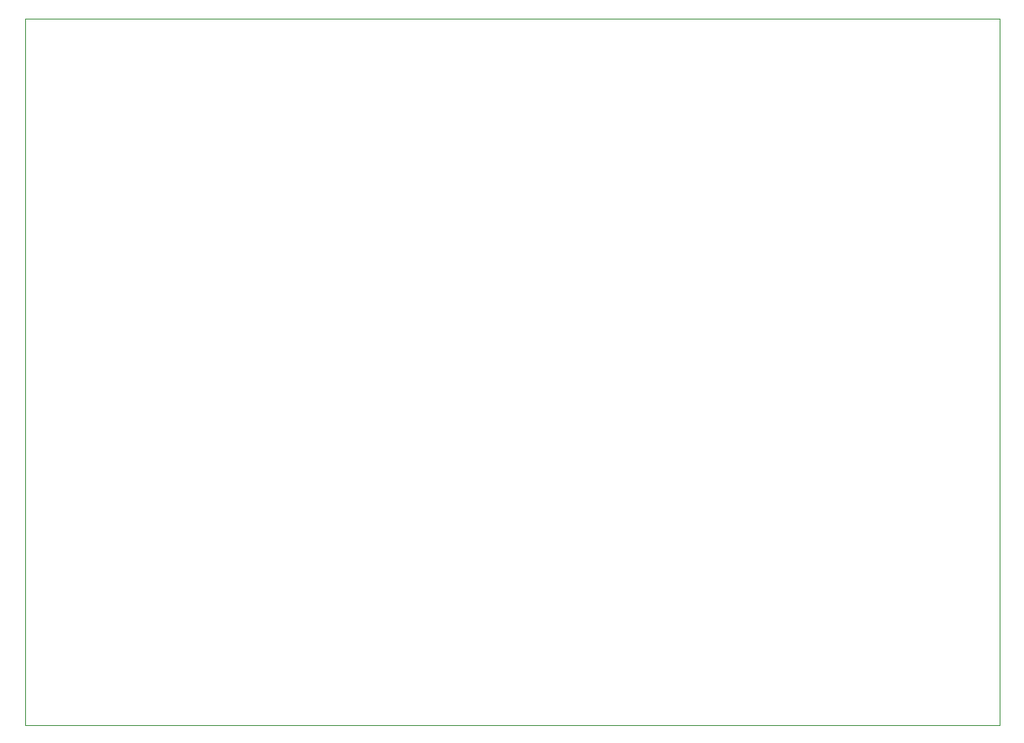
<source format=gm1>
G04 #@! TF.GenerationSoftware,KiCad,Pcbnew,(6.0.6)*
G04 #@! TF.CreationDate,2022-08-15T14:06:09+09:00*
G04 #@! TF.ProjectId,arliss,61726c69-7373-42e6-9b69-6361645f7063,rev?*
G04 #@! TF.SameCoordinates,Original*
G04 #@! TF.FileFunction,Profile,NP*
%FSLAX46Y46*%
G04 Gerber Fmt 4.6, Leading zero omitted, Abs format (unit mm)*
G04 Created by KiCad (PCBNEW (6.0.6)) date 2022-08-15 14:06:09*
%MOMM*%
%LPD*%
G01*
G04 APERTURE LIST*
G04 #@! TA.AperFunction,Profile*
%ADD10C,0.100000*%
G04 #@! TD*
G04 APERTURE END LIST*
D10*
X76200000Y-50800000D02*
X177800000Y-50800000D01*
X177800000Y-50800000D02*
X177800000Y-124460000D01*
X177800000Y-124460000D02*
X76200000Y-124460000D01*
X76200000Y-124460000D02*
X76200000Y-50800000D01*
M02*

</source>
